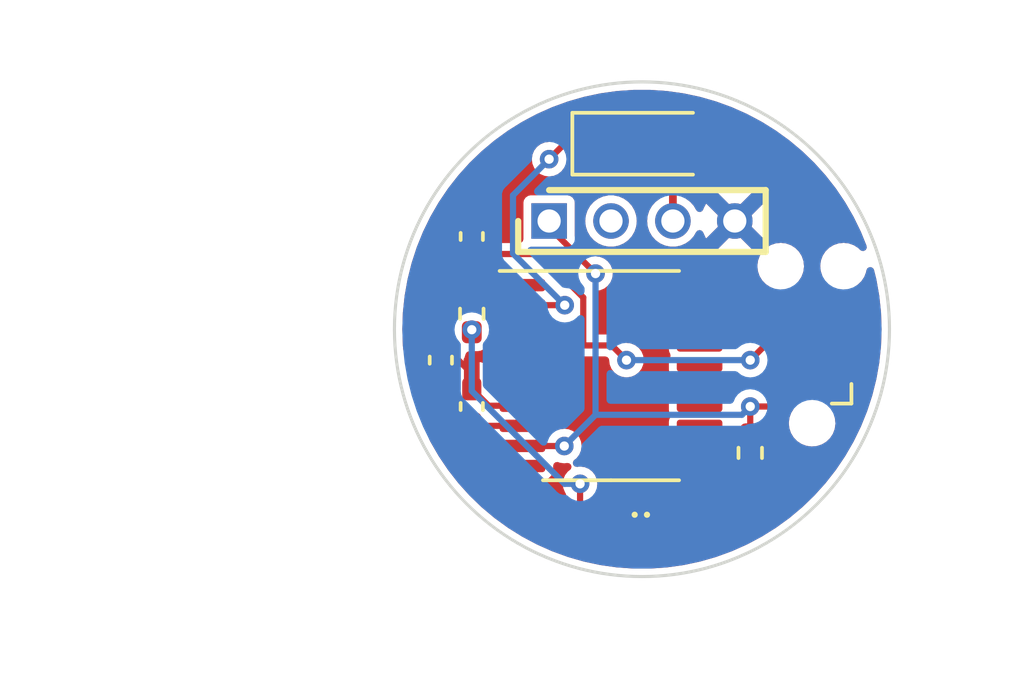
<source format=kicad_pcb>
(kicad_pcb (version 20210824) (generator pcbnew)
  (layers (0 "F.Cu" signal "Front") (31 "B.Cu" signal "Back") (34 "B.Paste" user) (35 "F.Paste" user) (36 "B.SilkS" user "B.Silkscreen") (37 "F.SilkS" user "F.Silkscreen") (38 "B.Mask" user) (39 "F.Mask" user) (44 "Edge.Cuts" user))
  (net 0 "")
  (net 1 "VCC")
  (net 2 "GND")
  (net 3 "Reset")
  (net 4 "Net-(C_EXT1-Pad1)")
  (net 5 "Net-(D1-Pad1)")
  (net 6 "UART")
  (net 7 "LED")
  (net 8 "Net-(D2-Pad2)")
  (net 9 "Net-(D3-Pad2)")
  (net 11 "SWDIO")
  (footprint "Connectors:Tag-Connect_TC2030-IDC-NL_2x03_P1.27mm_Vertical" (layer "F.Cu") (at 190.5 95.5 90)
    (fp_text reference "J2" hide)
    (fp_text value "Conn_02x03_Odd_Even")
    (fp_line (start -1.905 1.27) (end -1.905 0.635) (layer "F.SilkS") (width 0.12))
    (fp_line (start -1.27 1.27) (end -1.905 1.27) (layer "F.SilkS") (width 0.12))
    (pad "" np_thru_hole circle locked (at -2.54 0 90) (size 0.9906 0.9906) (drill 0.9906) (layers *.Cu *.Mask))
    (pad "" np_thru_hole circle locked (at 2.54 -1.016 90) (size 0.9906 0.9906) (drill 0.9906) (layers *.Cu *.Mask))
    (pad "" np_thru_hole circle locked (at 2.54 1.016 90) (size 0.9906 0.9906) (drill 0.9906) (layers *.Cu *.Mask))
    (pad "1" connect circle locked (at -1.27 0.635 90) (size 0.7874 0.7874) (layers "F.Cu" "F.Mask") (net 2 "GND"))
    (pad "2" connect circle locked (at -1.27 -0.635 90) (size 0.7874 0.7874) (layers "F.Cu" "F.Mask") (net 1 "VCC"))
    (pad "3" connect circle locked (at 0 0.635 90) (size 0.7874 0.7874) (layers "F.Cu" "F.Mask") (net 2 "GND"))
    (pad "4" connect circle locked (at 0 -0.635 90) (size 0.7874 0.7874) (layers "F.Cu" "F.Mask") (net 3 "Reset"))
    (pad "5" connect circle locked (at 1.27 0.635 90) (size 0.7874 0.7874) (layers "F.Cu" "F.Mask") (net 2 "GND"))
    (pad "6" connect circle locked (at 1.27 -0.635 90) (size 0.7874 0.7874) (layers "F.Cu" "F.Mask") (net 11 "SWDIO"))
  )
  (footprint "Capacitor_SMD:C_0402_1005Metric_Pad0.74x0.62mm_HandSolder" (layer "F.Cu") (at 178.5 96 90)
    (fp_text reference "C1" hide)
    (fp_text value "100n")
    (fp_line (start -0.115835 0.36) (end 0.115835 0.36) (layer "F.SilkS") (width 0.12))
    (fp_line (start -0.115835 -0.36) (end 0.115835 -0.36) (layer "F.SilkS") (width 0.12))
    (pad "1" smd roundrect locked (at -0.5675 0 90) (size 0.735 0.62) (layers "F.Cu" "F.Paste" "F.Mask") (net 1 "VCC"))
    (pad "2" smd roundrect locked (at 0.5675 0 90) (size 0.735 0.62) (layers "F.Cu" "F.Paste" "F.Mask") (net 2 "GND"))
  )
  (footprint "Capacitor_SMD:C_0402_1005Metric_Pad0.74x0.62mm_HandSolder" (layer "F.Cu") (at 179.5 92 90)
    (fp_text reference "C2" hide)
    (fp_text value "100n")
    (fp_line (start -0.115835 0.36) (end 0.115835 0.36) (layer "F.SilkS") (width 0.12))
    (fp_line (start -0.115835 -0.36) (end 0.115835 -0.36) (layer "F.SilkS") (width 0.12))
    (pad "1" smd roundrect locked (at -0.5675 0 90) (size 0.735 0.62) (layers "F.Cu" "F.Paste" "F.Mask") (net 3 "Reset"))
    (pad "2" smd roundrect locked (at 0.5675 0 90) (size 0.735 0.62) (layers "F.Cu" "F.Paste" "F.Mask") (net 2 "GND"))
  )
  (footprint "Package_SO:TSSOP-20_4.4x6.5mm_P0.65mm" (layer "F.Cu") (at 184 96.5)
    (fp_text reference "U1" hide)
    (fp_text value "STM8S003F3P")
    (fp_line (start 0 3.385) (end -2.2 3.385) (layer "F.SilkS") (width 0.12))
    (fp_line (start 0 -3.385) (end -3.6 -3.385) (layer "F.SilkS") (width 0.12))
    (fp_line (start 0 3.385) (end 2.2 3.385) (layer "F.SilkS") (width 0.12))
    (fp_line (start 0 -3.385) (end 2.2 -3.385) (layer "F.SilkS") (width 0.12))
    (pad "1" smd roundrect locked (at -2.8625 -2.925) (size 1.475 0.4) (layers "F.Cu" "F.Paste" "F.Mask"))
    (pad "2" smd roundrect locked (at -2.8625 -2.275) (size 1.475 0.4) (layers "F.Cu" "F.Paste" "F.Mask") (net 5 "Net-(D1-Pad1)"))
    (pad "3" smd roundrect locked (at -2.8625 -1.625) (size 1.475 0.4) (layers "F.Cu" "F.Paste" "F.Mask"))
    (pad "4" smd roundrect locked (at -2.8625 -0.975) (size 1.475 0.4) (layers "F.Cu" "F.Paste" "F.Mask") (net 3 "Reset"))
    (pad "5" smd roundrect locked (at -2.8625 -0.325) (size 1.475 0.4) (layers "F.Cu" "F.Paste" "F.Mask"))
    (pad "6" smd roundrect locked (at -2.8625 0.325) (size 1.475 0.4) (layers "F.Cu" "F.Paste" "F.Mask"))
    (pad "7" smd roundrect locked (at -2.8625 0.975) (size 1.475 0.4) (layers "F.Cu" "F.Paste" "F.Mask") (net 2 "GND"))
    (pad "8" smd roundrect locked (at -2.8625 1.625) (size 1.475 0.4) (layers "F.Cu" "F.Paste" "F.Mask") (net 4 "Net-(C_EXT1-Pad1)"))
    (pad "9" smd roundrect locked (at -2.8625 2.275) (size 1.475 0.4) (layers "F.Cu" "F.Paste" "F.Mask") (net 1 "VCC"))
    (pad "10" smd roundrect locked (at -2.8625 2.925) (size 1.475 0.4) (layers "F.Cu" "F.Paste" "F.Mask"))
    (pad "11" smd roundrect locked (at 2.8625 2.925) (size 1.475 0.4) (layers "F.Cu" "F.Paste" "F.Mask") (net 7 "LED"))
    (pad "12" smd roundrect locked (at 2.8625 2.275) (size 1.475 0.4) (layers "F.Cu" "F.Paste" "F.Mask"))
    (pad "13" smd roundrect locked (at 2.8625 1.625) (size 1.475 0.4) (layers "F.Cu" "F.Paste" "F.Mask"))
    (pad "14" smd roundrect locked (at 2.8625 0.975) (size 1.475 0.4) (layers "F.Cu" "F.Paste" "F.Mask"))
    (pad "15" smd roundrect locked (at 2.8625 0.325) (size 1.475 0.4) (layers "F.Cu" "F.Paste" "F.Mask"))
    (pad "16" smd roundrect locked (at 2.8625 -0.325) (size 1.475 0.4) (layers "F.Cu" "F.Paste" "F.Mask"))
    (pad "17" smd roundrect locked (at 2.8625 -0.975) (size 1.475 0.4) (layers "F.Cu" "F.Paste" "F.Mask"))
    (pad "18" smd roundrect locked (at 2.8625 -1.625) (size 1.475 0.4) (layers "F.Cu" "F.Paste" "F.Mask") (net 11 "SWDIO"))
    (pad "19" smd roundrect locked (at 2.8625 -2.275) (size 1.475 0.4) (layers "F.Cu" "F.Paste" "F.Mask"))
    (pad "20" smd roundrect locked (at 2.8625 -2.925) (size 1.475 0.4) (layers "F.Cu" "F.Paste" "F.Mask"))
  )
  (footprint "Capacitor_SMD:C_0402_1005Metric_Pad0.74x0.62mm_HandSolder" (layer "F.Cu") (at 179.5 97.5 90)
    (fp_text reference "C_EXT1" hide)
    (fp_text value "1500n")
    (fp_line (start -0.115835 0.36) (end 0.115835 0.36) (layer "F.SilkS") (width 0.12))
    (fp_line (start -0.115835 -0.36) (end 0.115835 -0.36) (layer "F.SilkS") (width 0.12))
    (pad "1" smd roundrect locked (at -0.5675 0 90) (size 0.735 0.62) (layers "F.Cu" "F.Paste" "F.Mask") (net 4 "Net-(C_EXT1-Pad1)"))
    (pad "2" smd roundrect locked (at 0.5675 0 90) (size 0.735 0.62) (layers "F.Cu" "F.Paste" "F.Mask") (net 2 "GND"))
  )
  (footprint "836-22-004-10-001101-Pogo_pin:HDRV4W56P0X200_1X4_800X200X749P" (layer "F.Cu") (at 182 91.5)
    (fp_text reference "J1" hide)
    (fp_text value "Scooter" hide)
    (fp_line (start 7 -1) (end 0 -1) (layer "F.SilkS") (width 0.2))
    (fp_line (start -1 0) (end -1 1) (layer "F.SilkS") (width 0.2))
    (fp_line (start 7 1) (end 7 -1) (layer "F.SilkS") (width 0.2))
    (fp_line (start -1 1) (end 7 1) (layer "F.SilkS") (width 0.2))
    (pad "1" thru_hole rect locked (at 0 0) (size 1.15 1.15) (drill 0.75) (layers *.Cu *.Mask) (net 1 "VCC"))
    (pad "2" thru_hole circle locked (at 2 0) (size 1.15 1.15) (drill 0.75) (layers *.Cu *.Mask))
    (pad "3" thru_hole circle locked (at 4 0) (size 1.15 1.15) (drill 0.75) (layers *.Cu *.Mask) (net 6 "UART"))
    (pad "4" thru_hole circle locked (at 6 0) (size 1.15 1.15) (drill 0.75) (layers *.Cu *.Mask) (net 2 "GND"))
  )
  (footprint "LED_SMD:LED_0402_1005Metric_Pad0.77x0.64mm_HandSolder" (layer "F.Cu") (at 183.5 101 180)
    (fp_text reference "D3" hide)
    (fp_text value "LED")
    (fp_circle (center -1.265 0) (end -1.215 0) (layer "F.SilkS") (width 0.1) (fill none))
    (pad "1" smd roundrect (at -0.5725 0 180) (size 0.765 0.64) (layers "F.Cu" "F.Paste" "F.Mask") (net 2 "GND"))
    (pad "2" smd roundrect (at 0.5725 0 180) (size 0.765 0.64) (layers "F.Cu" "F.Paste" "F.Mask") (net 9 "Net-(D3-Pad2)"))
  )
  (footprint "Diode_SMD:D_SOD-123" (layer "F.Cu") (at 185 89)
    (fp_text reference "D1" hide)
    (fp_text value "1N4148W")
    (fp_line (start -2.25 1) (end 1.65 1) (layer "F.SilkS") (width 0.12))
    (fp_line (start -2.25 -1) (end -2.25 1) (layer "F.SilkS") (width 0.12))
    (fp_line (start -2.25 -1) (end 1.65 -1) (layer "F.SilkS") (width 0.12))
    (pad "1" smd rect locked (at -1.65 0) (size 0.9 1.2) (layers "F.Cu" "F.Paste" "F.Mask") (net 5 "Net-(D1-Pad1)"))
    (pad "2" smd rect locked (at 1.65 0) (size 0.9 1.2) (layers "F.Cu" "F.Paste" "F.Mask") (net 6 "UART"))
  )
  (footprint "Resistor_SMD:R_0402_1005Metric_Pad0.72x0.64mm_HandSolder" (layer "F.Cu") (at 179.5 94.5 90)
    (fp_text reference "R2" hide)
    (fp_text value "R")
    (fp_line (start -0.167621 0.38) (end 0.167621 0.38) (layer "F.SilkS") (width 0.12))
    (fp_line (start -0.167621 -0.38) (end 0.167621 -0.38) (layer "F.SilkS") (width 0.12))
    (pad "1" smd roundrect locked (at -0.5975 0 90) (size 0.715 0.64) (layers "F.Cu" "F.Paste" "F.Mask") (net 9 "Net-(D3-Pad2)"))
    (pad "2" smd roundrect locked (at 0.5975 0 90) (size 0.715 0.64) (layers "F.Cu" "F.Paste" "F.Mask") (net 1 "VCC"))
  )
  (footprint "LED_SMD:LED_0402_1005Metric_Pad0.77x0.64mm_HandSolder" (layer "F.Cu") (at 186.4275 101)
    (fp_text reference "D2" hide)
    (fp_text value "LED")
    (fp_circle (center -1.265 0) (end -1.215 0) (layer "F.SilkS") (width 0.1) (fill none))
    (pad "1" smd roundrect (at -0.5725 0) (size 0.765 0.64) (layers "F.Cu" "F.Paste" "F.Mask") (net 7 "LED"))
    (pad "2" smd roundrect (at 0.5725 0) (size 0.765 0.64) (layers "F.Cu" "F.Paste" "F.Mask") (net 8 "Net-(D2-Pad2)"))
  )
  (footprint "Resistor_SMD:R_0402_1005Metric_Pad0.72x0.64mm_HandSolder" (layer "F.Cu") (at 188.5 99 90)
    (fp_text reference "R1" hide)
    (fp_text value "R")
    (fp_line (start -0.167621 0.38) (end 0.167621 0.38) (layer "F.SilkS") (width 0.12))
    (fp_line (start -0.167621 -0.38) (end 0.167621 -0.38) (layer "F.SilkS") (width 0.12))
    (pad "1" smd roundrect locked (at -0.5975 0 90) (size 0.715 0.64) (layers "F.Cu" "F.Paste" "F.Mask") (net 8 "Net-(D2-Pad2)"))
    (pad "2" smd roundrect locked (at 0.5975 0 90) (size 0.715 0.64) (layers "F.Cu" "F.Paste" "F.Mask") (net 1 "VCC"))
  )
  (gr_circle (center 185 95) (end 193 95) (layer "Edge.Cuts") (width 0.1) (fill none))
  (segment (start 177.89048 95.95798) (end 177.89048 94.60952) (width 0.2) (layer "F.Cu") (net 1))
  (segment (start 188.5 97.5) (end 188.5 98.4025) (width 0.2) (layer "F.Cu") (net 1))
  (segment (start 181.09702 98.73452) (end 179.152436 98.73452) (width 0.2) (layer "F.Cu") (net 1))
  (segment (start 178.5 96.5675) (end 177.89048 95.95798) (width 0.2) (layer "F.Cu") (net 1))
  (segment (start 189.135 97.5) (end 189.865 96.77) (width 0.2) (layer "F.Cu") (net 1))
  (segment (start 181.1375 98.775) (end 181.09702 98.73452) (width 0.2) (layer "F.Cu") (net 1))
  (segment (start 183.5 93.2) (end 182 91.7) (width 0.2) (layer "F.Cu") (net 1))
  (segment (start 178.5 98.082084) (end 178.5 96.5675) (width 0.2) (layer "F.Cu") (net 1))
  (segment (start 178.5975 93.9025) (end 179.5 93.9025) (width 0.2) (layer "F.Cu") (net 1))
  (segment (start 179.152436 98.73452) (end 178.5 98.082084) (width 0.2) (layer "F.Cu") (net 1))
  (segment (start 182.489872 98.778212) (end 181.140712 98.778212) (width 0.2) (layer "F.Cu") (net 1))
  (segment (start 188.5 97.5) (end 189.135 97.5) (width 0.2) (layer "F.Cu") (net 1))
  (segment (start 177.89048 94.60952) (end 178.5975 93.9025) (width 0.2) (layer "F.Cu") (net 1))
  (segment (start 181.140712 98.778212) (end 181.1375 98.775) (width 0.2) (layer "F.Cu") (net 1))
  (segment (start 182 91.7) (end 182 91.5) (width 0.2) (layer "F.Cu") (net 1))
  (via (at 188.5 97.5) (size 0.6) (drill 0.3) (layers "F.Cu" "B.Cu") (net 1))
  (via (at 182.489872 98.778212) (size 0.6) (drill 0.3) (layers "F.Cu" "B.Cu") (net 1))
  (via (at 183.5 93.2) (size 0.6) (drill 0.3) (layers "F.Cu" "B.Cu") (net 1))
  (segment (start 183.5 93.2) (end 183.5 97.768084) (width 0.2) (layer "B.Cu") (net 1))
  (segment (start 188.231916 97.768084) (end 188.5 97.5) (width 0.2) (layer "B.Cu") (net 1))
  (segment (start 183.5 97.768084) (end 182.489872 98.778212) (width 0.2) (layer "B.Cu") (net 1))
  (segment (start 183.5 97.768084) (end 188.231916 97.768084) (width 0.2) (layer "B.Cu") (net 1))
  (segment (start 179.5 96.4325) (end 179.5 96.9325) (width 0.2) (layer "F.Cu") (net 2))
  (segment (start 178.5 95.4325) (end 179.5 96.4325) (width 0.2) (layer "F.Cu") (net 2))
  (segment (start 179.5 96.9325) (end 180.0425 97.475) (width 0.2) (layer "F.Cu") (net 2))
  (segment (start 180.0425 97.475) (end 181.1375 97.475) (width 0.2) (layer "F.Cu") (net 2))
  (segment (start 181.69638 92.5675) (end 183.102778 93.973898) (width 0.2) (layer "F.Cu") (net 3))
  (segment (start 189.865 95.5) (end 189 95.5) (width 0.2) (layer "F.Cu") (net 3))
  (segment (start 184.5 96) (end 184.025 95.525) (width 0.2) (layer "F.Cu") (net 3))
  (segment (start 184.025 95.525) (end 181.1375 95.525) (width 0.2) (layer "F.Cu") (net 3))
  (segment (start 189 95.5) (end 188.5 96) (width 0.2) (layer "F.Cu") (net 3))
  (segment (start 183.102778 95.447222) (end 183.025 95.525) (width 0.2) (layer "F.Cu") (net 3))
  (segment (start 179.5 92.5675) (end 181.69638 92.5675) (width 0.2) (layer "F.Cu") (net 3))
  (segment (start 183.102778 93.973898) (end 183.102778 95.447222) (width 0.2) (layer "F.Cu") (net 3))
  (via (at 188.5 96) (size 0.6) (drill 0.3) (layers "F.Cu" "B.Cu") (net 3))
  (via (at 184.5 96) (size 0.6) (drill 0.3) (layers "F.Cu" "B.Cu") (net 3))
  (segment (start 188.5 96) (end 184.5 96) (width 0.2) (layer "B.Cu") (net 3))
  (segment (start 179.5575 98.125) (end 179.5 98.0675) (width 0.2) (layer "F.Cu") (net 4))
  (segment (start 181.1375 98.125) (end 179.5575 98.125) (width 0.2) (layer "F.Cu") (net 4))
  (segment (start 182.5 89) (end 182 89.5) (width 0.2) (layer "F.Cu") (net 5))
  (segment (start 183.35 89) (end 182.5 89) (width 0.2) (layer "F.Cu") (net 5))
  (segment (start 181.140275 94.222225) (end 181.1375 94.225) (width 0.2) (layer "F.Cu") (net 5))
  (segment (start 182.503267 94.222225) (end 181.140275 94.222225) (width 0.2) (layer "F.Cu") (net 5))
  (via (at 182 89.5) (size 0.6) (drill 0.3) (layers "F.Cu" "B.Cu") (net 5))
  (via (at 182.503267 94.222225) (size 0.6) (drill 0.3) (layers "F.Cu" "B.Cu") (net 5))
  (segment (start 180.83244 90.66756) (end 180.83244 92.551398) (width 0.2) (layer "B.Cu") (net 5))
  (segment (start 180.83244 92.551398) (end 182.503267 94.222225) (width 0.2) (layer "B.Cu") (net 5))
  (segment (start 182 89.5) (end 180.83244 90.66756) (width 0.2) (layer "B.Cu") (net 5))
  (segment (start 186.65 89) (end 186.5 89) (width 0.2) (layer "F.Cu") (net 6))
  (segment (start 186 89.65) (end 186.65 89) (width 0.25) (layer "F.Cu") (net 6))
  (segment (start 186 91.5) (end 186 89.65) (width 0.25) (layer "F.Cu") (net 6))
  (segment (start 185.855 101) (end 185.855 100.4325) (width 0.2) (layer "F.Cu") (net 7))
  (segment (start 185.855 100.4325) (end 186.8625 99.425) (width 0.2) (layer "F.Cu") (net 7))
  (segment (start 187 101) (end 188.4025 99.5975) (width 0.2) (layer "F.Cu") (net 8))
  (segment (start 188.4025 99.5975) (end 188.5 99.5975) (width 0.2) (layer "F.Cu") (net 8))
  (segment (start 179.5 95.015668) (end 179.581832 95.0975) (width 0.2) (layer "F.Cu") (net 9))
  (segment (start 183 100.9275) (end 182.9275 101) (width 0.2) (layer "F.Cu") (net 9))
  (segment (start 183 100) (end 183 100.9275) (width 0.2) (layer "F.Cu") (net 9))
  (via (at 183 100) (size 0.6) (drill 0.3) (layers "F.Cu" "B.Cu") (net 9))
  (via (at 179.5 95.015668) (size 0.6) (drill 0.3) (layers "F.Cu" "B.Cu") (net 9))
  (segment (start 182.5 100) (end 183 100) (width 0.2) (layer "B.Cu") (net 9))
  (segment (start 179.5 95.015668) (end 179.5 97) (width 0.2) (layer "B.Cu") (net 9))
  (segment (start 179.5 97) (end 182.5 100) (width 0.2) (layer "B.Cu") (net 9))
  (segment (start 186.8625 94.875) (end 188.625 94.875) (width 0.2) (layer "F.Cu") (net 11))
  (segment (start 189.27 94.23) (end 189.865 94.23) (width 0.2) (layer "F.Cu") (net 11))
  (segment (start 188.625 94.875) (end 189.27 94.23) (width 0.2) (layer "F.Cu") (net 11))
  (zone (net 2) (net_name "GND") (layers F&B.Cu) (connect_pads (clearance 0.254)) (min_thickness 0.254) (fill yes (thermal_gap 0.508) (thermal_bridge_width 0.508))
    (polygon (pts (xy 194.1 86.3) (xy 194.2 103.4) (xy 176.2 103.4) (xy 176.3 86.2) (xy 176.2 86.1) (xy 176.4 86.1)))
  )
)
</source>
